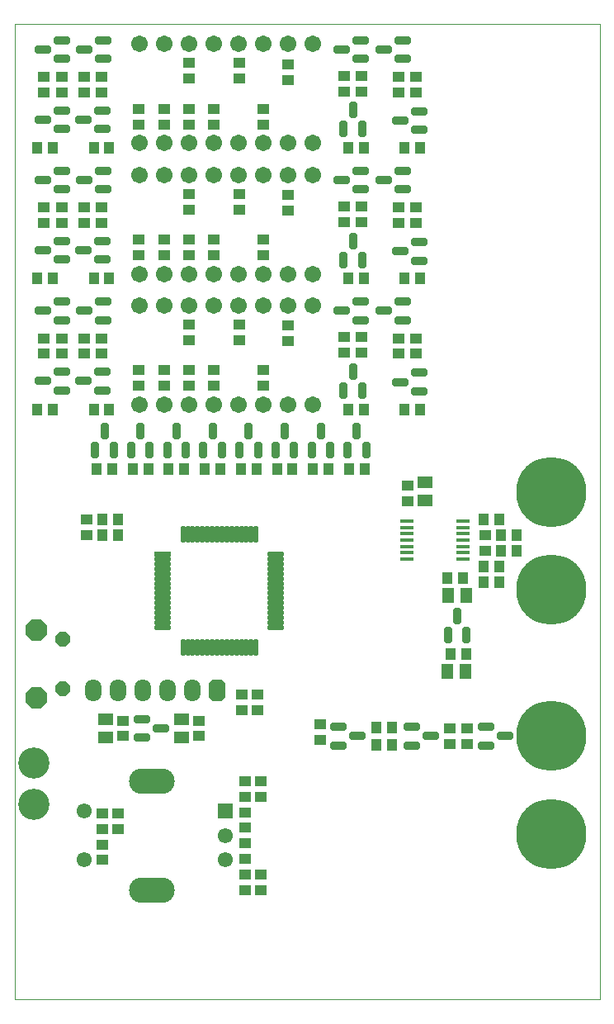
<source format=gts>
G04*
G04 #@! TF.GenerationSoftware,Altium Limited,Altium Designer,20.0.13 (296)*
G04*
G04 Layer_Color=8388736*
%FSLAX24Y24*%
%MOIN*%
G70*
G01*
G75*
%ADD14C,0.0010*%
%ADD23R,0.0551X0.0138*%
%ADD25R,0.0474X0.0434*%
%ADD26R,0.0434X0.0474*%
G04:AMPARAMS|DCode=27|XSize=31.6mil|YSize=65.1mil|CornerRadius=0mil|HoleSize=0mil|Usage=FLASHONLY|Rotation=90.000|XOffset=0mil|YOffset=0mil|HoleType=Round|Shape=Octagon|*
%AMOCTAGOND27*
4,1,8,-0.0325,-0.0079,-0.0325,0.0079,-0.0246,0.0158,0.0246,0.0158,0.0325,0.0079,0.0325,-0.0079,0.0246,-0.0158,-0.0246,-0.0158,-0.0325,-0.0079,0.0*
%
%ADD27OCTAGOND27*%

G04:AMPARAMS|DCode=28|XSize=31.6mil|YSize=65.1mil|CornerRadius=0mil|HoleSize=0mil|Usage=FLASHONLY|Rotation=180.000|XOffset=0mil|YOffset=0mil|HoleType=Round|Shape=Octagon|*
%AMOCTAGOND28*
4,1,8,0.0079,-0.0325,-0.0079,-0.0325,-0.0158,-0.0246,-0.0158,0.0246,-0.0079,0.0325,0.0079,0.0325,0.0158,0.0246,0.0158,-0.0246,0.0079,-0.0325,0.0*
%
%ADD28OCTAGOND28*%

%ADD29R,0.0493X0.0631*%
%ADD30R,0.0710X0.0198*%
%ADD31O,0.0710X0.0198*%
%ADD32O,0.0198X0.0710*%
%ADD33R,0.0631X0.0493*%
%ADD34C,0.1261*%
%ADD35C,0.2836*%
%ADD36P,0.0619X8X112.5*%
%ADD37P,0.0939X8X112.5*%
G04:AMPARAMS|DCode=38|XSize=102.4mil|YSize=185mil|CornerRadius=51.2mil|HoleSize=0mil|Usage=FLASHONLY|Rotation=270.000|XOffset=0mil|YOffset=0mil|HoleType=Round|Shape=RoundedRectangle|*
%AMROUNDEDRECTD38*
21,1,0.1024,0.0827,0,0,270.0*
21,1,0.0000,0.1850,0,0,270.0*
1,1,0.1024,-0.0413,0.0000*
1,1,0.1024,-0.0413,0.0000*
1,1,0.1024,0.0413,0.0000*
1,1,0.1024,0.0413,0.0000*
%
%ADD38ROUNDEDRECTD38*%
%ADD39C,0.0610*%
%ADD40R,0.0610X0.0610*%
%ADD41C,0.0671*%
G04:AMPARAMS|DCode=42|XSize=67.1mil|YSize=86.7mil|CornerRadius=0mil|HoleSize=0mil|Usage=FLASHONLY|Rotation=180.000|XOffset=0mil|YOffset=0mil|HoleType=Round|Shape=Octagon|*
%AMOCTAGOND42*
4,1,8,0.0168,-0.0434,-0.0168,-0.0434,-0.0335,-0.0266,-0.0335,0.0266,-0.0168,0.0434,0.0168,0.0434,0.0335,0.0266,0.0335,-0.0266,0.0168,-0.0434,0.0*
%
%ADD42OCTAGOND42*%

%ADD43O,0.0671X0.0907*%
D14*
X0Y0D02*
Y39370D01*
X23622D01*
X23622Y0D01*
X0D02*
X23622D01*
D23*
X15837Y17776D02*
D03*
Y18032D02*
D03*
Y18287D02*
D03*
Y18543D02*
D03*
Y18799D02*
D03*
Y19055D02*
D03*
Y19311D02*
D03*
X18100D02*
D03*
Y19055D02*
D03*
Y18799D02*
D03*
Y18543D02*
D03*
Y18287D02*
D03*
Y18032D02*
D03*
Y17776D02*
D03*
D25*
X9173Y11693D02*
D03*
Y12323D02*
D03*
X9803Y11693D02*
D03*
Y12323D02*
D03*
X18268Y10315D02*
D03*
Y10945D02*
D03*
X12323Y11102D02*
D03*
Y10472D02*
D03*
X17559Y10315D02*
D03*
Y10945D02*
D03*
X1181Y26693D02*
D03*
Y26063D02*
D03*
X1890Y26693D02*
D03*
Y26063D02*
D03*
X3504Y26693D02*
D03*
Y26063D02*
D03*
X2795Y26693D02*
D03*
Y26063D02*
D03*
X7047Y27244D02*
D03*
Y26614D02*
D03*
X9055Y27244D02*
D03*
Y26614D02*
D03*
X11024Y27205D02*
D03*
Y26575D02*
D03*
X10039Y24764D02*
D03*
Y25394D02*
D03*
X16220Y26693D02*
D03*
Y26063D02*
D03*
X8031Y24764D02*
D03*
Y25394D02*
D03*
X7047Y24764D02*
D03*
Y25394D02*
D03*
X6024Y24764D02*
D03*
Y25394D02*
D03*
X15512Y26693D02*
D03*
Y26063D02*
D03*
X5000Y24764D02*
D03*
Y25394D02*
D03*
X13307Y26732D02*
D03*
Y26102D02*
D03*
X14016Y26732D02*
D03*
Y26102D02*
D03*
X1181Y31969D02*
D03*
Y31339D02*
D03*
X1890Y31969D02*
D03*
Y31339D02*
D03*
X3504Y31969D02*
D03*
Y31339D02*
D03*
X2795Y31969D02*
D03*
Y31339D02*
D03*
X7047Y32520D02*
D03*
Y31890D02*
D03*
X9055Y32520D02*
D03*
Y31890D02*
D03*
X11024Y32480D02*
D03*
Y31850D02*
D03*
X10039Y30039D02*
D03*
Y30669D02*
D03*
X16220Y31969D02*
D03*
Y31339D02*
D03*
X8031Y30039D02*
D03*
Y30669D02*
D03*
X7047Y30039D02*
D03*
Y30669D02*
D03*
X6024Y30039D02*
D03*
Y30669D02*
D03*
X15512Y31969D02*
D03*
Y31339D02*
D03*
X5000Y30039D02*
D03*
Y30669D02*
D03*
X13307Y32008D02*
D03*
Y31378D02*
D03*
X14016Y32008D02*
D03*
Y31378D02*
D03*
X1181Y37244D02*
D03*
Y36614D02*
D03*
X1890Y37244D02*
D03*
Y36614D02*
D03*
X3504Y37244D02*
D03*
Y36614D02*
D03*
X2795Y37244D02*
D03*
Y36614D02*
D03*
X7047Y37795D02*
D03*
Y37165D02*
D03*
X9055Y37795D02*
D03*
Y37165D02*
D03*
X11024Y37756D02*
D03*
Y37126D02*
D03*
X10039Y35315D02*
D03*
Y35945D02*
D03*
X16220Y37244D02*
D03*
Y36614D02*
D03*
X8031Y35315D02*
D03*
Y35945D02*
D03*
X7047Y35315D02*
D03*
Y35945D02*
D03*
X6024Y35315D02*
D03*
Y35945D02*
D03*
X15512Y37244D02*
D03*
Y36614D02*
D03*
X5000Y35315D02*
D03*
Y35945D02*
D03*
X13307Y37283D02*
D03*
Y36654D02*
D03*
X14016Y37283D02*
D03*
Y36654D02*
D03*
X19016Y18740D02*
D03*
Y18110D02*
D03*
X15866Y20748D02*
D03*
Y20118D02*
D03*
X2913Y19370D02*
D03*
Y18740D02*
D03*
X4173Y6890D02*
D03*
Y7520D02*
D03*
X9921Y8189D02*
D03*
Y8819D02*
D03*
X3543Y7520D02*
D03*
Y6890D02*
D03*
X9291Y8189D02*
D03*
Y8819D02*
D03*
X3543Y5630D02*
D03*
Y6260D02*
D03*
X9291Y6929D02*
D03*
Y7559D02*
D03*
Y5669D02*
D03*
Y6299D02*
D03*
Y5039D02*
D03*
Y4409D02*
D03*
X7441Y10630D02*
D03*
Y11260D02*
D03*
X4370Y11260D02*
D03*
Y10630D02*
D03*
X9921Y4409D02*
D03*
Y5039D02*
D03*
D26*
X14606Y10276D02*
D03*
X15236D02*
D03*
X14606Y10984D02*
D03*
X15236D02*
D03*
X19567Y16850D02*
D03*
X18937D02*
D03*
X18110Y17008D02*
D03*
X17480D02*
D03*
X17598Y13937D02*
D03*
X18228D02*
D03*
X906Y23819D02*
D03*
X1535D02*
D03*
X3819D02*
D03*
X3189D02*
D03*
X16378D02*
D03*
X15748D02*
D03*
X13465D02*
D03*
X14094D02*
D03*
X906Y29094D02*
D03*
X1535D02*
D03*
X3819D02*
D03*
X3189D02*
D03*
X16378D02*
D03*
X15748D02*
D03*
X13465D02*
D03*
X14094D02*
D03*
X906Y34370D02*
D03*
X1535D02*
D03*
X3819D02*
D03*
X3189D02*
D03*
X16378D02*
D03*
X15748D02*
D03*
X13465D02*
D03*
X14094D02*
D03*
X18937Y17480D02*
D03*
X19567D02*
D03*
X7677Y21417D02*
D03*
X8307D02*
D03*
X20276Y18110D02*
D03*
X19646D02*
D03*
X20276Y18740D02*
D03*
X19646D02*
D03*
X19567Y19370D02*
D03*
X18937D02*
D03*
X3307Y21417D02*
D03*
X3937D02*
D03*
X9134D02*
D03*
X9764D02*
D03*
X13504D02*
D03*
X14134D02*
D03*
X6220D02*
D03*
X6850D02*
D03*
X12047D02*
D03*
X12677D02*
D03*
X10591D02*
D03*
X11220D02*
D03*
X4764D02*
D03*
X5394D02*
D03*
X4173Y19370D02*
D03*
X3543D02*
D03*
X4173Y18740D02*
D03*
X3543D02*
D03*
D27*
X16033Y11004D02*
D03*
Y10256D02*
D03*
X16801Y10630D02*
D03*
X19026Y11004D02*
D03*
Y10256D02*
D03*
X19793Y10630D02*
D03*
X13081Y11004D02*
D03*
Y10256D02*
D03*
X13848Y10630D02*
D03*
X1919Y27421D02*
D03*
Y28169D02*
D03*
X1152Y27795D02*
D03*
X1919Y24587D02*
D03*
Y25335D02*
D03*
X1152Y24961D02*
D03*
X3573Y27421D02*
D03*
Y28169D02*
D03*
X2805Y27795D02*
D03*
X3533Y24587D02*
D03*
Y25335D02*
D03*
X2766Y24961D02*
D03*
X15659Y27421D02*
D03*
Y28169D02*
D03*
X14892Y27795D02*
D03*
X16329Y24547D02*
D03*
Y25295D02*
D03*
X15561Y24921D02*
D03*
X13967Y27421D02*
D03*
Y28169D02*
D03*
X13199Y27795D02*
D03*
X1919Y32697D02*
D03*
Y33445D02*
D03*
X1152Y33071D02*
D03*
X1919Y29862D02*
D03*
Y30610D02*
D03*
X1152Y30236D02*
D03*
X3573Y32697D02*
D03*
Y33445D02*
D03*
X2805Y33071D02*
D03*
X3533Y29862D02*
D03*
Y30610D02*
D03*
X2766Y30236D02*
D03*
X15659Y32697D02*
D03*
Y33445D02*
D03*
X14892Y33071D02*
D03*
X16329Y29823D02*
D03*
Y30571D02*
D03*
X15561Y30197D02*
D03*
X13967Y32697D02*
D03*
Y33445D02*
D03*
X13199Y33071D02*
D03*
X1919Y37972D02*
D03*
Y38720D02*
D03*
X1152Y38346D02*
D03*
X1919Y35138D02*
D03*
Y35886D02*
D03*
X1152Y35512D02*
D03*
X3573Y37972D02*
D03*
Y38720D02*
D03*
X2805Y38346D02*
D03*
X3533Y35138D02*
D03*
Y35886D02*
D03*
X2766Y35512D02*
D03*
X15659Y37972D02*
D03*
Y38720D02*
D03*
X14892Y38346D02*
D03*
X16329Y35098D02*
D03*
Y35846D02*
D03*
X15561Y35472D02*
D03*
X13967Y37972D02*
D03*
Y38720D02*
D03*
X13199Y38346D02*
D03*
X5128Y11319D02*
D03*
Y10571D02*
D03*
X5896Y10945D02*
D03*
D28*
X17500Y14695D02*
D03*
X18248D02*
D03*
X17874Y15463D02*
D03*
X13287Y24577D02*
D03*
X14035D02*
D03*
X13661Y25344D02*
D03*
X13287Y29852D02*
D03*
X14035D02*
D03*
X13661Y30620D02*
D03*
X13287Y35128D02*
D03*
X14035D02*
D03*
X13661Y35896D02*
D03*
X7618Y22175D02*
D03*
X8366D02*
D03*
X7992Y22943D02*
D03*
X3248Y22175D02*
D03*
X3996D02*
D03*
X3622Y22943D02*
D03*
X9075Y22175D02*
D03*
X9823D02*
D03*
X9449Y22943D02*
D03*
X13445Y22175D02*
D03*
X14193D02*
D03*
X13819Y22943D02*
D03*
X6161Y22175D02*
D03*
X6909D02*
D03*
X6535Y22943D02*
D03*
X11988Y22175D02*
D03*
X12736D02*
D03*
X12362Y22943D02*
D03*
X10532Y22175D02*
D03*
X11280D02*
D03*
X10906Y22943D02*
D03*
X4705Y22175D02*
D03*
X5453D02*
D03*
X5079Y22943D02*
D03*
D29*
X18248Y16299D02*
D03*
X17500D02*
D03*
X17461Y13228D02*
D03*
X18209D02*
D03*
D30*
X5984Y17972D02*
D03*
D31*
Y17776D02*
D03*
Y17579D02*
D03*
Y17382D02*
D03*
Y17185D02*
D03*
Y16988D02*
D03*
Y16791D02*
D03*
Y16594D02*
D03*
Y16398D02*
D03*
Y16201D02*
D03*
Y16004D02*
D03*
Y15807D02*
D03*
Y15610D02*
D03*
Y15413D02*
D03*
Y15217D02*
D03*
Y15020D02*
D03*
X10551D02*
D03*
Y15217D02*
D03*
Y15413D02*
D03*
Y15610D02*
D03*
Y15807D02*
D03*
Y16004D02*
D03*
Y16201D02*
D03*
Y16398D02*
D03*
Y16594D02*
D03*
Y16791D02*
D03*
Y16988D02*
D03*
Y17185D02*
D03*
Y17382D02*
D03*
Y17579D02*
D03*
Y17776D02*
D03*
Y17972D02*
D03*
D32*
X6791Y14213D02*
D03*
X6988D02*
D03*
X7185D02*
D03*
X7382D02*
D03*
X7579D02*
D03*
X7776D02*
D03*
X7972D02*
D03*
X8169D02*
D03*
X8366D02*
D03*
X8563D02*
D03*
X8760D02*
D03*
X8957D02*
D03*
X9154D02*
D03*
X9350D02*
D03*
X9547D02*
D03*
X9744D02*
D03*
Y18780D02*
D03*
X9547D02*
D03*
X9350D02*
D03*
X9154D02*
D03*
X8957D02*
D03*
X8760D02*
D03*
X8563D02*
D03*
X8366D02*
D03*
X8169D02*
D03*
X7972D02*
D03*
X7776D02*
D03*
X7579D02*
D03*
X7382D02*
D03*
X7185D02*
D03*
X6988D02*
D03*
X6791D02*
D03*
D33*
X16575Y20886D02*
D03*
Y20138D02*
D03*
X6732Y10571D02*
D03*
Y11319D02*
D03*
X3661Y11319D02*
D03*
Y10571D02*
D03*
D34*
X787Y7874D02*
D03*
Y9547D02*
D03*
D35*
X21654Y10630D02*
D03*
Y6693D02*
D03*
Y16535D02*
D03*
Y20472D02*
D03*
D36*
X1929Y14528D02*
D03*
Y12559D02*
D03*
D37*
X866Y12165D02*
D03*
Y14921D02*
D03*
D38*
X5551Y4409D02*
D03*
Y8819D02*
D03*
D39*
X2795Y5630D02*
D03*
Y7598D02*
D03*
X8504Y5630D02*
D03*
Y6614D02*
D03*
D40*
Y7598D02*
D03*
D41*
X5024Y28016D02*
D03*
X6024D02*
D03*
X7024D02*
D03*
X8024D02*
D03*
X9024D02*
D03*
X10024D02*
D03*
X11024D02*
D03*
X12024D02*
D03*
Y24016D02*
D03*
X11024D02*
D03*
X10024D02*
D03*
X9024D02*
D03*
X8024D02*
D03*
X7024D02*
D03*
X6024D02*
D03*
X5024D02*
D03*
Y38567D02*
D03*
X6024D02*
D03*
X7024D02*
D03*
X8024D02*
D03*
X9024D02*
D03*
X10024D02*
D03*
X11024D02*
D03*
X12024D02*
D03*
Y34567D02*
D03*
X11024D02*
D03*
X10024D02*
D03*
X9024D02*
D03*
X8024D02*
D03*
X7024D02*
D03*
X6024D02*
D03*
X5024D02*
D03*
Y33291D02*
D03*
X6024D02*
D03*
X7024D02*
D03*
X8024D02*
D03*
X9024D02*
D03*
X10024D02*
D03*
X11024D02*
D03*
X12024D02*
D03*
Y29291D02*
D03*
X11024D02*
D03*
X10024D02*
D03*
X9024D02*
D03*
X8024D02*
D03*
X7024D02*
D03*
X6024D02*
D03*
X5024D02*
D03*
D42*
X8157Y12480D02*
D03*
D43*
X7157D02*
D03*
X6157D02*
D03*
X5157D02*
D03*
X4157D02*
D03*
X3157D02*
D03*
M02*

</source>
